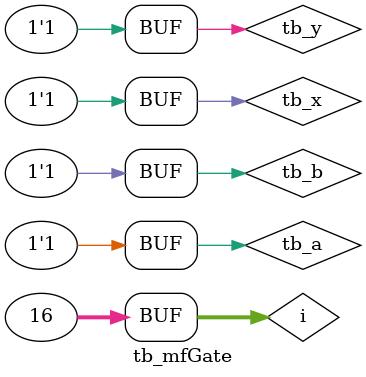
<source format=v>
`timescale 1ns/1ps

module tb_mfGate();
    reg tb_x,tb_y, tb_a,tb_b;
    wire tb_f;
    mfGate mfg (.x(tb_x),.y(tb_y) , .a(tb_a),.b(tb_b) , .f(tb_f));
    integer i;
    initial begin
        i = 0;
        {tb_x,tb_y , tb_a,tb_b} = {i}; i=1+1; // To avoid the 4'bxxxx at the beginning.
        for(i = 0 ; i<16; i=i+1 ) begin
            #1 {tb_x,tb_y , tb_a,tb_b} = {i};
        end
    end
    initial begin
        $monitor("time = %0d , {x,y , a,b} = {%b,%b , %b,%b} , f = %b", $time, tb_x,tb_y , tb_a,tb_b, tb_f);
        $dumpfile("./dump.vcd");
        $dumpvars();
    end
endmodule

</source>
